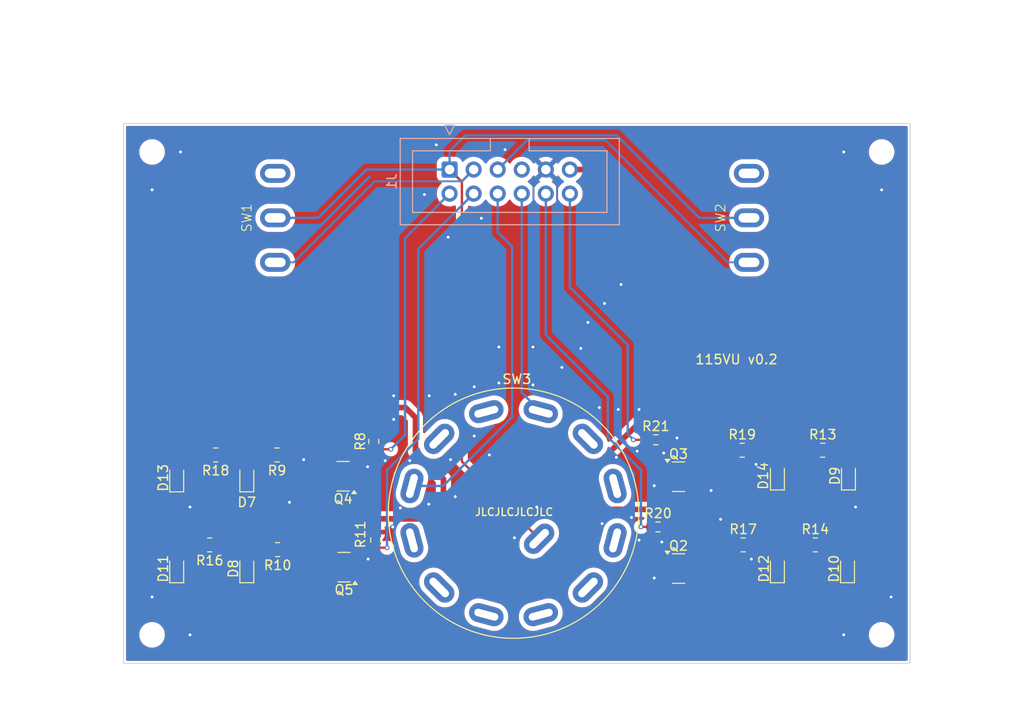
<source format=kicad_pcb>
(kicad_pcb
	(version 20240108)
	(generator "pcbnew")
	(generator_version "8.0")
	(general
		(thickness 1.6)
		(legacy_teardrops no)
	)
	(paper "A4")
	(layers
		(0 "F.Cu" signal)
		(31 "B.Cu" signal)
		(34 "B.Paste" user)
		(35 "F.Paste" user)
		(36 "B.SilkS" user "B.Silkscreen")
		(37 "F.SilkS" user "F.Silkscreen")
		(38 "B.Mask" user)
		(39 "F.Mask" user)
		(44 "Edge.Cuts" user)
		(45 "Margin" user)
		(46 "B.CrtYd" user "B.Courtyard")
		(47 "F.CrtYd" user "F.Courtyard")
		(48 "B.Fab" user)
		(49 "F.Fab" user)
	)
	(setup
		(stackup
			(layer "F.SilkS"
				(type "Top Silk Screen")
				(color "White")
			)
			(layer "F.Paste"
				(type "Top Solder Paste")
			)
			(layer "F.Mask"
				(type "Top Solder Mask")
				(color "Black")
				(thickness 0.01)
			)
			(layer "F.Cu"
				(type "copper")
				(thickness 0.035)
			)
			(layer "dielectric 1"
				(type "core")
				(thickness 1.51)
				(material "FR4")
				(epsilon_r 4.5)
				(loss_tangent 0.02)
			)
			(layer "B.Cu"
				(type "copper")
				(thickness 0.035)
			)
			(layer "B.Mask"
				(type "Bottom Solder Mask")
				(color "Black")
				(thickness 0.01)
			)
			(layer "B.Paste"
				(type "Bottom Solder Paste")
			)
			(layer "B.SilkS"
				(type "Bottom Silk Screen")
				(color "White")
			)
			(copper_finish "None")
			(dielectric_constraints yes)
		)
		(pad_to_mask_clearance 0)
		(allow_soldermask_bridges_in_footprints no)
		(aux_axis_origin 83.75 126.71)
		(grid_origin 83.75 126.71)
		(pcbplotparams
			(layerselection 0x00010fc_ffffffff)
			(plot_on_all_layers_selection 0x0000000_00000000)
			(disableapertmacros no)
			(usegerberextensions no)
			(usegerberattributes yes)
			(usegerberadvancedattributes yes)
			(creategerberjobfile yes)
			(dashed_line_dash_ratio 12.000000)
			(dashed_line_gap_ratio 3.000000)
			(svgprecision 4)
			(plotframeref no)
			(viasonmask no)
			(mode 1)
			(useauxorigin no)
			(hpglpennumber 1)
			(hpglpenspeed 20)
			(hpglpendiameter 15.000000)
			(pdf_front_fp_property_popups yes)
			(pdf_back_fp_property_popups yes)
			(dxfpolygonmode yes)
			(dxfimperialunits yes)
			(dxfusepcbnewfont yes)
			(psnegative no)
			(psa4output no)
			(plotreference yes)
			(plotvalue yes)
			(plotfptext yes)
			(plotinvisibletext no)
			(sketchpadsonfab no)
			(subtractmaskfromsilk no)
			(outputformat 1)
			(mirror no)
			(drillshape 0)
			(scaleselection 1)
			(outputdirectory "manufacturing/")
		)
	)
	(net 0 "")
	(net 1 "/ENG 1 Master")
	(net 2 "GND")
	(net 3 "/ENG 2 Master")
	(net 4 "Net-(D7-A)")
	(net 5 "Net-(D8-A)")
	(net 6 "Net-(D9-A)")
	(net 7 "Net-(D10-K)")
	(net 8 "unconnected-(J1-Pin_7-Pad7)")
	(net 9 "VBUS")
	(net 10 "/ENG 1 Fire")
	(net 11 "/ENG 1 Fault")
	(net 12 "/ENG 2 Fire")
	(net 13 "/ENG 2 Fault")
	(net 14 "+3V3")
	(net 15 "/MODE Start")
	(net 16 "Net-(D11-K)")
	(net 17 "Net-(D12-A)")
	(net 18 "Net-(D13-K)")
	(net 19 "Net-(D14-K)")
	(net 20 "Net-(D13-A)")
	(net 21 "Net-(D11-A)")
	(net 22 "Net-(D14-A)")
	(net 23 "Net-(D10-A)")
	(net 24 "/MODE Crank")
	(net 25 "unconnected-(SW3-Pad2)")
	(net 26 "unconnected-(SW3-Pad3)")
	(net 27 "unconnected-(SW3-Pad5)")
	(net 28 "unconnected-(SW3-Pad6)")
	(net 29 "unconnected-(SW3-Pad1)")
	(net 30 "unconnected-(SW3-Pad8)")
	(net 31 "unconnected-(SW3-Pad9)")
	(net 32 "unconnected-(SW3-Pad4)")
	(net 33 "unconnected-(SW3-Pad11)")
	(net 34 "unconnected-(SW3-Pad12)")
	(footprint "Resistor_SMD:R_0603_1608Metric" (layer "F.Cu") (at 153.15 107.31))
	(footprint "LED_SMD:LED_0603_1608Metric" (layer "F.Cu") (at 173.25 101.9225 90))
	(footprint "MountingHole:MountingHole_2.2mm_M2" (layer "F.Cu") (at 176.75 118.71))
	(footprint "Package_TO_SOT_SMD:SOT-23" (layer "F.Cu") (at 119.9125 101.96 180))
	(footprint "LED_SMD:LED_0603_1608Metric" (layer "F.Cu") (at 165.75 101.9225 90))
	(footprint "Resistor_SMD:R_0603_1608Metric" (layer "F.Cu") (at 152.925 98.11))
	(footprint "Resistor_SMD:R_0805_2012Metric" (layer "F.Cu") (at 113 109.71 180))
	(footprint "NiasStuff:C&K_Rotary_Switches" (layer "F.Cu") (at 137.901115 105.861115 -90))
	(footprint "LED_SMD:LED_0603_1608Metric" (layer "F.Cu") (at 102.35 102.1225 90))
	(footprint "Package_TO_SOT_SMD:SOT-23" (layer "F.Cu") (at 155.3125 102.01))
	(footprint "MountingHole:MountingHole_2.2mm_M2" (layer "F.Cu") (at 99.75 67.71))
	(footprint "Resistor_SMD:R_0603_1608Metric" (layer "F.Cu") (at 123.35 108.685 90))
	(footprint "Resistor_SMD:R_0805_2012Metric" (layer "F.Cu") (at 170.5375 99.21))
	(footprint "LED_SMD:LED_0603_1608Metric" (layer "F.Cu") (at 109.75 102.1225 90))
	(footprint "Package_TO_SOT_SMD:SOT-23" (layer "F.Cu") (at 155.3125 111.71))
	(footprint "MountingHole:MountingHole_2.2mm_M2" (layer "F.Cu") (at 99.75 118.71))
	(footprint "Resistor_SMD:R_0805_2012Metric" (layer "F.Cu") (at 106.4625 99.71 180))
	(footprint "LED_SMD:LED_0603_1608Metric" (layer "F.Cu") (at 109.75 111.7225 90))
	(footprint "NiasStuff:SW_SPDT_YUEN-FUNG_MT-0-102-A101-M200-RS" (layer "F.Cu") (at 112.75 74.67 90))
	(footprint "LED_SMD:LED_0603_1608Metric" (layer "F.Cu") (at 165.75 111.7225 90))
	(footprint "LED_SMD:LED_0603_1608Metric" (layer "F.Cu") (at 102.35 111.7225 90))
	(footprint "Resistor_SMD:R_0805_2012Metric" (layer "F.Cu") (at 105.8375 109.21 180))
	(footprint "Package_TO_SOT_SMD:SOT-23" (layer "F.Cu") (at 120.0125 111.56 180))
	(footprint "LED_SMD:LED_0603_1608Metric" (layer "F.Cu") (at 173.15 111.7225 90))
	(footprint "Resistor_SMD:R_0603_1608Metric" (layer "F.Cu") (at 123.15 98.285 90))
	(footprint "Resistor_SMD:R_0805_2012Metric" (layer "F.Cu") (at 162.0375 99.21))
	(footprint "MountingHole:MountingHole_2.2mm_M2" (layer "F.Cu") (at 176.75 67.71))
	(footprint "Resistor_SMD:R_0805_2012Metric" (layer "F.Cu") (at 112.9375 99.71 180))
	(footprint "Resistor_SMD:R_0805_2012Metric" (layer "F.Cu") (at 162.1375 109.21))
	(footprint "NiasStuff:SW_SPDT_YUEN-FUNG_MT-0-102-A101-M200-RS" (layer "F.Cu") (at 162.75 74.67 90))
	(footprint "Resistor_SMD:R_0805_2012Metric" (layer "F.Cu") (at 169.75 109.21))
	(footprint "Connector_IDC:IDC-Header_2x06_P2.54mm_Vertical" (layer "B.Cu") (at 131.15 69.57 -90))
	(gr_line
		(start 179.75 64.71)
		(end 96.75 64.71)
		(stroke
			(width 0.1)
			(type default)
		)
		(layer "Edge.Cuts")
		(uuid "4e4d6ce3-ba94-4b73-9b05-3a6bb8883741")
	)
	(gr_line
		(start 96.75 64.71)
		(end 96.75 121.71)
		(stroke
			(width 0.1)
			(type default)
		)
		(layer "Edge.Cuts")
		(uuid "97d15dc0-275c-4edc-beb3-f608bdc6c5ea")
	)
	(gr_line
		(start 96.75 121.71)
		(end 179.75 121.71)
		(stroke
			(width 0.1)
			(type default)
		)
		(layer "Edge.Cuts")
		(uuid "a95ad34a-788c-4d24-8666-89efeb3f952c")
	)
	(gr_line
		(start 179.75 121.71)
		(end 179.75 64.71)
		(stroke
			(width 0.1)
			(type default)
		)
		(layer "Edge.Cuts")
		(uuid "f0206762-0618-4121-8e43-d3aef1db6121")
	)
	(gr_line
		(start 83.75 126.71)
		(end 83.75 51.71)
		(stroke
			(width 0.1)
			(type default)
		)
		(layer "F.Fab")
		(uuid "108cb684-f34a-479f-8155-3aed51474477")
	)
	(gr_line
		(start 96.95 97.41)
		(end 96.95 106.61)
		(stroke
			(width 0.1)
			(type default)
		)
		(layer "F.Fab")
		(uuid "18057a33-979a-44d6-9359-2e7581023afe")
	)
	(gr_line
		(start 160.15 107.11)
		(end 160.15 116.31)
		(stroke
			(width 0.1)
			(type default)
		)
		(layer "F.Fab")
		(uuid "1897c2a0-908c-419b-acaa-c7b448b9cd69")
	)
	(gr_line
		(start 178.35 107.11)
		(end 160.15 107.11)
		(stroke
			(width 0.1)
			(type default)
		)
		(layer "F.Fab")
		(uuid "3096a870-8e43-4d61-bc6d-4ac7e8d511ca")
	)
	(gr_line
		(start 115.35 97.41)
		(end 96.95 97.41)
		(stroke
			(width 0.1)
			(type default)
		)
		(layer "F.Fab")
		(uuid "3f742acb-5651-4c3a-bb9b-20d389c72ae3")
	)
	(gr_line
		(start 160.15 97.41)
		(end 160.15 106.51)
		(stroke
			(width 0.1)
			(type default)
		)
		(layer "F.Fab")
		(uuid "645c49e8-6544-40ea-9bd0-e79106391969")
	)
	(gr_line
		(start 115.35 107.11)
		(end 96.95 107.11)
		(stroke
			(width 0.1)
			(type default)
		)
		(layer "F.Fab")
		(uuid "71053e64-0d90-4553-8c02-2267b6aa4cdd")
	)
	(gr_line
		(start 178.35 97.41)
		(end 160.15 97.41)
		(stroke
			(width 0.1)
			(type default)
		)
		(layer "F.Fab")
		(uuid "92dabbac-45a4-431e-8a99-91cdf74ac2db")
	)
	(gr_line
		(start 83.75 51.71)
		(end 191.75 51.71)
		(stroke
			(width 0.1)
			(type default)
		)
		(layer "F.Fab")
		(uuid "a19f73fc-ad4d-4851-9209-cc3d21f17acd")
	)
	(gr_line
		(start 191.75 51.71)
		(end 191.75 126.71)
		(stroke
			(width 0.1)
			(type default)
		)
		(layer "F.Fab")
		(uuid "a2f615f5-09b9-468b-8528-82d495747f14")
	)
	(gr_line
		(start 160.15 106.51)
		(end 178.35 106.51)
		(stroke
			(width 0.1)
			(type default)
		)
		(layer "F.Fab")
		(uuid "a5733efa-6686-47e2-92f7-7351e557bb9e")
	)
	(gr_line
		(start 115.35 116.31)
		(end 115.35 107.11)
		(stroke
			(width 0.1)
			(type default)
		)
		(layer "F.Fab")
		(uuid "ab0f6adf-0341-49d8-ae47-b6f6129a7cbd")
	)
	(gr_line
		(start 115.35 106.61)
		(end 115.35 97.41)
		(stroke
			(width 0.1)
			(type default)
		)
		(layer "F.Fab")
		(uuid "af119251-1f31-4a9b-a16b-8c939bea279b")
	)
	(gr_line
		(start 96.95 116.31)
		(end 115.35 116.31)
		(stroke
			(width 0.1)
			(type default)
		)
		(layer "F.Fab")
		(uuid "b1727707-7162-4174-84d1-60f21f088a99")
	)
	(gr_line
		(start 96.95 106.61)
		(end 115.35 106.61)
		(stroke
			(width 0.1)
			(type default)
		)
		(layer "F.Fab")
		(uuid "b8c80a8f-e63c-47bc-ba79-1f13daed3c5a")
	)
	(gr_line
		(start 96.95 107.11)
		(end 96.95 116.31)
		(stroke
			(width 0.1)
			(type default)
		)
		(layer "F.Fab")
		(uuid "c3fd797a-54ff-4def-9ac5-94d54db004ae")
	)
	(gr_line
		(start 178.35 116.31)
		(end 178.35 107.11)
		(stroke
			(width 0.1)
			(type default)
		)
		(layer "F.Fab")
		(uuid "c89d5c81-98f9-4af5-9082-3a55e6ceeaf1")
	)
	(gr_line
		(start 178.35 106.51)
		(end 178.35 97.41)
		(stroke
			(width 0.1)
			(type default)
		)
		(layer "F.Fab")
		(uuid "dc21734a-4dbe-45ec-8d30-2dac68a398da")
	)
	(gr_line
		(start 160.15 116.31)
		(end 178.35 116.31)
		(stroke
			(width 0.1)
			(type default)
		)
		(layer "F.Fab")
		(uuid "eb57a005-4e07-4e03-9bb5-b9a58280301e")
	)
	(gr_line
		(start 191.75 126.71)
		(end 83.75 126.71)
		(stroke
			(width 0.1)
			(type default)
		)
		(layer "F.Fab")
		(uuid "fe09fa13-680c-4fdb-8b01-7481d652832b")
	)
	(gr_text "JLCJLCJLCJLC"
		(at 133.75 106.21 0)
		(layer "F.SilkS")
		(uuid "a89b9092-fcf2-44f9-b294-597e26dec054")
		(effects
			(font
				(size 0.8 0.8)
				(thickness 0.15)
			)
			(justify left bottom)
		)
	)
	(gr_text "115VU v0.2"
		(at 157 90.21 0)
		(layer "F.SilkS")
		(uuid "e9cc36d7-33fb-4e16-99bf-753a9b5fd5cc")
		(effects
			(font
				(size 1 1)
				(thickness 0.15)
			)
			(justify left bottom)
		)
	)
	(segment
		(start 123.25 70.81)
		(end 132.45 70.81)
		(width 0.2)
		(layer "B.Cu")
		(net 1)
		(uuid "1cdb0473-4bf9-4ec0-85b3-558dbfcd0ec2")
	)
	(segment
		(start 114.69 79.37)
		(end 123.25 70.81)
		(width 0.2)
		(layer "B.Cu")
		(net 1)
		(uuid "81d02250-33e3-433c-9121-2524325d19d2")
	)
	(segment
		(start 132.45 70.81)
		(end 133.69 69.57)
		(width 0.25)
		(layer "B.Cu")
		(net 1)
		(uuid "84456dc0-1103-406a-9ccf-2b1f09901e66")
	)
	(segment
		(start 112.75 79.37)
		(end 114.69 79.37)
		(width 0.2)
		(layer "B.Cu")
		(net 1)
		(uuid "c481dd41-29ee-408c-a153-a861bb271703")
	)
	(segment
		(start 141.31 69.57)
		(end 140 70.88)
		(width 0.2)
		(layer "F.Cu")
		(net 2)
		(uuid "261eb9c7-78c7-436d-8f3b-5e8098ecc089")
	)
	(segment
		(start 140 70.88)
		(end 140 73.21)
		(width 0.2)
		(layer "F.Cu")
		(net 2)
		(uuid "cca4a934-e360-4e17-ace8-1122ceb01fc4")
	)
	(segment
		(start 142.5 70.76)
		(end 142.5 73.21)
		(width 0.2)
		(layer "F.Cu")
		(net 2)
		(uuid "da3d765a-64a2-410b-b3cf-7c78d8688966")
	)
	(segment
		(start 141.31 69.57)
		(end 142.5 70.76)
		(width 0.2)
		(layer "F.Cu")
		(net 2)
		(uuid "ea000082-0650-4c5e-9caf-49ed598b3b74")
	)
	(via
		(at 122.5 100.96)
		(size 0.5)
		(drill 0.3)
		(layers "F.Cu" "B.Cu")
		(free yes)
		(net 2)
		(uuid "0bb94801-e682-4454-a691-c40fe487301d")
	)
	(via
		(at 174 105.21)
		(size 0.5)
		(drill 0.3)
		(layers "F.Cu" "B.Cu")
		(free yes)
		(net 2)
		(uuid "0dc18dde-e5dc-4ab1-bbc7-49da101bf122")
	)
	(via
		(at 129 93.46)
		(size 0.5)
		(drill 0.3)
		(layers "F.Cu" "B.Cu")
		(free yes)
		(net 2)
		(uuid "0fc9d904-5305-4da6-a365-fd0d9a014039")
	)
	(via
		(at 134.5 74.71)
		(size 0.5)
		(drill 0.3)
		(layers "F.Cu" "B.Cu")
		(free yes)
		(net 2)
		(uuid "1c7a3b34-e5a5-4306-8e1a-0533c5044a3c")
	)
	(via
		(at 172.75 118.71)
		(size 0.5)
		(drill 0.3)
		(layers "F.Cu" "B.Cu")
		(free yes)
		(net 2)
		(uuid "1ccd3fe6-9f6f-4903-ae54-00de87f6a968")
	)
	(via
		(at 158.75 103.46)
		(size 0.5)
		(drill 0.3)
		(layers "F.Cu" "B.Cu")
		(free yes)
		(net 2)
		(uuid "25acb381-c645-40ec-bbf5-9fe37db9d82e")
	)
	(via
		(at 136.35 88.31)
		(size 0.5)
		(drill 0.3)
		(layers "F.Cu" "B.Cu")
		(free yes)
		(net 2)
		(uuid "283f587c-9551-4805-af3f-3747871be582")
	)
	(via
		(at 151.15 94.91)
		(size 0.5)
		(drill 0.3)
		(layers "F.Cu" "B.Cu")
		(free yes)
		(net 2)
		(uuid "2aeab4d6-4d3e-4ed3-83b4-f3818f0e204c")
	)
	(via
		(at 153.55 108.91)
		(size 0.5)
		(drill 0.3)
		(layers "F.Cu" "B.Cu")
		(free yes)
		(net 2)
		(uuid "2dd57eea-56a6-4e3c-86ab-9e3e8dae228b")
	)
	(via
		(at 146.95 94.71)
		(size 0.5)
		(drill 0.3)
		(layers "F.Cu" "B.Cu")
		(free yes)
		(net 2)
		(uuid "2ead6dfc-14c0-4ee2-afe1-394b6a6f4e84")
	)
	(via
		(at 131 76.71)
		(size 0.5)
		(drill 0.3)
		(layers "F.Cu" "B.Cu")
		(free yes)
		(net 2)
		(uuid "38cbfda1-c1df-4f7c-9ad7-ae462508aadd")
	)
	(via
		(at 153.75 99.51)
		(size 0.5)
		(drill 0.3)
		(layers "F.Cu" "B.Cu")
		(free yes)
		(net 2)
		(uuid "3d96f4af-bd62-41ce-a139-80750247bad5")
	)
	(via
		(at 131.75 93.31)
		(size 0.5)
		(drill 0.3)
		(layers "F.Cu" "B.Cu")
		(free yes)
		(net 2)
		(uuid "4474cbae-7013-4122-985f-2716dc947a78")
	)
	(via
		(at 148.95 94.91)
		(size 0.5)
		(drill 0.3)
		(layers "F.Cu" "B.Cu")
		(free yes)
		(net 2)
		(uuid "46a74b59-82ce-438b-8dc1-becc002a7a65")
	)
	(via
		(at 137 67.46)
		(size 0.5)
		(drill 0.3)
		(layers "F.Cu" "B.Cu")
		(free yes)
		(net 2)
		(uuid "4a4887f4-5167-42d7-a98d-a32033de4b58")
	)
	(via
		(at 99.75 114.71)
		(size 0.5)
		(drill 0.3)
		(layers "F.Cu" "B.Cu")
		(free yes)
		(net 2)
		(uuid "52609cc0-1034-4413-a0d4-2db5e05ad6dc")
	)
	(via
		(at 140.35 105.21)
		(size 0.5)
		(drill 0.3)
		(layers "F.Cu" "B.Cu")
		(free yes)
		(net 2)
		(uuid "56484319-73f6-46bd-9e1e-52d7104b649f")
	)
	(via
		(at 147.25 106.96)
		(size 0.5)
		(drill 0.3)
		(layers "F.Cu" "B.Cu")
		(free yes)
		(net 2)
		(uuid "5d77b636-11a8-4bee-ad91-611d3459bbed")
	)
	(via
		(at 172.75 67.71)
		(size 0.5)
		(drill 0.3)
		(layers "F.Cu" "B.Cu")
		(free yes)
		(net 2)
		(uuid "604ceb49-f522-46d2-abcc-578af8c9face")
	)
	(via
		(at 102.75 67.71)
		(size 0.5)
		(drill 0.3)
		(layers "F.Cu" "B.Cu")
		(free yes)
		(net 2)
		(uuid "616ded35-1bf7-46c6-920c-9416f03f2530")
	)
	(via
		(at 136.35 92.11)
		(size 0.5)
		(drill 0.3)
		(layers "F.Cu" "B.Cu")
		(free yes)
		(net 2)
		(uuid "62b1e763-cb23-4b89-b8d7-6237ecf5eba8")
	)
	(via
		(at 163 110.71)
		(size 0.5)
		(drill 0.3)
		(layers "F.Cu" "B.Cu")
		(free yes)
		(net 2)
		(uuid "651183bc-1f40-4d33-97e4-2bf49a4658bd")
	)
	(via
		(at 147.5 83.71)
		(size 0.5)
		(drill 0.3)
		(layers "F.Cu" "B.Cu")
		(free yes)
		(net 2)
		(uuid "656eabc5-d79b-4e2d-b996-4cb7f89e7406")
	)
	(via
		(at 125.25 95.96)
		(size 0.5)
		(drill 0.3)
		(layers "F.Cu" "B.Cu")
		(free yes)
		(net 2)
		(uuid "680a642f-1731-4ccc-a08f-d5e8099580b9")
	)
	(via
		(at 125.95 105.31)
		(size 0.5)
		(drill 0.3)
		(layers "F.Cu" "B.Cu")
		(free yes)
		(net 2)
		(uuid "69de4c98-06a5-43f1-b5da-f63676098104")
	)
	(via
		(at 150.95 99.31)
		(size 0.5)
		(drill 0.3)
		(layers "F.Cu" "B.Cu")
		(free yes)
		(net 2)
		(uuid "6c2cf340-b60d-4fd8-8d47-23cd2eae9e6e")
	)
	(via
		(at 124.35 100.31)
		(size 0.5)
		(drill 0.3)
		(layers "F.Cu" "B.Cu")
		(free yes)
		(net 2)
		(uuid "6cd6b136-36b4-4291-82e1-5ffda830ad85")
	)
	(via
		(at 138 108.46)
		(size 0.5)
		(drill 0.3)
		(layers "F.Cu" "B.Cu")
		(free yes)
		(net 2)
		(uuid "720e4b4f-f21f-442f-8542-eb178eef5d68")
	)
	(via
		(at 148.75 99.96)
		(size 0.5)
		(drill 0.3)
		(layers "F.Cu" "B.Cu")
		(free yes)
		(net 2)
		(uuid "72717810-2903-4641-bafc-23cac67c1005")
	)
	(via
		(at 129.75 66.96)
		(size 0.5)
		(drill 0.3)
		(layers "F.Cu" "B.Cu")
		(free yes)
		(net 2)
		(uuid "7289ed32-a576-4516-908f-4524c746db73")
	)
	(via
		(at 152.75 102.96)
		(size 0.5)
		(drill 0.3)
		(layers "F.Cu" "B.Cu")
		(free yes)
		(net 2)
		(uuid "72bc1961-f7bc-4f1b-927d-0bd14d3aaa64")
	)
	(via
		(at 176.75 71.71)
		(size 0.5)
		(drill 0.3)
		(layers "F.Cu" "B.Cu")
		(free yes)
		(net 2)
		(uuid "72eb6c1b-bd7c-47d2-8f04-e30d1f91824f")
	)
	(via
		(at 114.25 104.71)
		(size 0.5)
		(drill 0.3)
		(layers "F.Cu" "B.Cu")
		(free yes)
		(net 2)
		(uuid "79d7fde3-efbd-44fc-acb9-025a4681843b")
	)
	(via
		(at 128.5 72.21)
		(size 0.5)
		(drill 0.3)
		(layers "F.Cu" "B.Cu")
		(free yes)
		(net 2)
		(uuid "8022f195-23aa-4c72-86fb-2770cff73d32")
	)
	(via
		(at 125.15 107.31)
		(size 0.5)
		(drill 0.3)
		(layers "F.Cu" "B.Cu")
		(free yes)
		(net 2)
		(uuid "84607c34-cde5-4e63-bcd5-f0990dd4edad")
	)
	(via
		(at 131.25 100.21)
		(size 0.5)
		(drill 0.3)
		(layers "F.Cu" "B.Cu")
		(free yes)
		(net 2)
		(uuid "8a431f93-0da0-4305-bf16-451676eb7a31")
	)
	(via
		(at 103.75 105.21)
		(size 0.5)
		(drill 0.3)
		(layers "F.Cu" "B.Cu")
		(free yes)
		(net 2)
		(uuid "98cf8c2f-c8af-4416-b0eb-93c65097a552")
	)
	(via
		(at 103.75 118.71)
		(size 0.5)
		(drill 0.3)
		(layers "F.Cu" "B.Cu")
		(free yes)
		(net 2)
		(uuid "9ae06279-6556-432e-9184-e60df16f9728")
	)
	(via
		(at 131.75 104.11)
		(size 0.5)
		(drill 0.3)
		(layers "F.Cu" "B.Cu")
		(free yes)
		(net 2)
		(uuid "9f909077-a02d-4d56-8639-00125784627a")
	)
	(via
		(at 152.75 112.71)
		(size 0.5)
		(drill 0.3)
		(layers "F.Cu" "B.Cu")
		(free yes)
		(net 2)
		(uuid "9f9c140f-d3b0-48c5-8784-7dc69d36db9a")
	)
	(via
		(at 155.15 97.91)
		(size 0.5)
		(drill 0.3)
		(layers "F.Cu" "B.Cu")
		(free yes)
		(net 2)
		(uuid "a266d1ce-a537-4c7b-a83e-e89ace44dad7")
	)
	(via
		(at 177.75 114.71)
		(size 0.5)
		(drill 0.3)
		(layers "F.Cu" "B.Cu")
		(free yes)
		(net 2)
		(uuid "a45c116d-5b0a-4671-9d8b-f7d3a6e960ec")
	)
	(via
		(at 143 90.46)
		(size 0.5)
		(drill 0.3)
		(layers "F.Cu" "B.Cu")
		(free yes)
		(net 2)
		(uuid "a698ec3b-d614-46d2-a45e-5a9b0ae1849f")
	)
	(via
		(at 125.25 93.46)
		(size 0.5)
		(drill 0.3)
		(layers "F.Cu" "B.Cu")
		(free yes)
		(net 2)
		(uuid "b6fa2311-19cd-4dd0-b7e6-d86b9f163a26")
	)
	(via
		(at 135.35 99.71)
		(size 0.5)
		(drill 0.3)
		(layers "F.Cu" "B.Cu")
		(free yes)
		(net 2)
		(uuid "b7b35a62-6ec5-49f6-89e9-9adbfc8ddc4e")
	)
	(via
		(at 122.55 110.71)
		(size 0.5)
		(drill 0.3)
		(layers "F.Cu" "B.Cu")
		(free yes)
		(net 2)
		(uuid "bceec1fe-6b83-4477-aaea-961bd78471ea")
	)
	(via
		(at 133.75 97.71)
		(size 0.5)
		(drill 0.3)
		(layers "F.Cu" "B.Cu")
		(free yes)
		(net 2)
		(uuid "c458891f-6653-4e34-8426-8a45dcbebeeb")
	)
	(via
		(at 145 88.46)
		(size 0.5)
		(drill 0.3)
		(layers "F.Cu" "B.Cu")
		(free yes)
		(net 2)
		(uuid "ca827315-0921-4097-9514-f36ce748201b")
	)
	(via
		(at 149.25 81.71)
		(size 0.5)
		(drill 0.3)
		(layers "F.Cu" "B.Cu")
		(free yes)
		(net 2)
		(uuid "d53b6169-d71c-47e3-b578-eea4a9cc29fa")
	)
	(via
		(at 139.95 88.31)
		(size 0.5)
		(drill 0.3)
		(layers "F.Cu" "B.Cu")
		(free yes)
		(net 2)
		(uuid "dacc107f-9137-4f0e-855d-02405cd97f8c")
	)
	(via
		(at 150.35 106.31)
		(size 0.5)
		(drill 0.3)
		(layers "F.Cu" "B.Cu")
		(free yes)
		(net 2)
		(uuid "df74a162-414d-4ce9-9d26-45ad63ea7824")
	)
	(via
		(at 163.5 100.71)
		(size 0.5)
		(drill 0.3)
		(layers "F.Cu" "B.Cu")
		(free yes)
		(net 2)
		(uuid "e3da9160-4939-4a6f-bdf0-0fccede31759")
	)
	(via
		(at 128.95 104.91)
		(size 0.5)
		(drill 0.3)
		(layers "F.Cu" "B.Cu")
		(free yes)
		(net 2)
		(uuid "e7aca361-0050-4617-98d5-3ab0744417d6")
	)
	(via
		(at 139.95 92.31)
		(size 0.5)
		(drill 0.3)
		(layers "F.Cu" "B.Cu")
		(free yes)
		(net 2)
		(uuid "e7c29355-0ad1-4956-9e43-de48d9a71e8d")
	)
	(via
		(at 151.15 108.71)
		(size 0.5)
		(drill 0.3)
		(layers "F.Cu" "B.Cu")
		(free yes)
		(net 2)
		(uuid "e8b94f7e-3a17-4c62-8ba2-d2a1099609dd")
	)
	(via
		(at 99.75 71.71)
		(size 0.5)
		(drill 0.3)
		(layers "F.Cu" "B.Cu")
		(free yes)
		(net 2)
		(uuid "f2ce8403-8d06-47a1-9dc2-4b75686e9a4f")
	)
	(via
		(at 145.75 85.71)
		(size 0.5)
		(drill 0.3)
		(layers "F.Cu" "B.Cu")
		(free yes)
		(net 2)
		(uuid "f30b9c0c-2d81-45b6-8bbd-fa73f4036536")
	)
	(via
		(at 126.95 100.31)
		(size 0.5)
		(drill 0.3)
		(layers "F.Cu" "B.Cu")
		(free yes)
		(net 2)
		(uuid "f9fd2723-7105-4966-bb33-e00a0f34b7d6")
	)
	(via
		(at 133.75 92.51)
		(size 0.5)
		(drill 0.3)
		(layers "F.Cu" "B.Cu")
		(free yes)
		(net 2)
		(uuid "fae0fa10-4b3d-41d9-a476-91d323bedc61")
	)
	(via
		(at 115.75 100.21)
		(size 0.5)
		(drill 0.3)
		(layers "F.Cu" "B.Cu")
		(free yes)
		(net 2)
		(uuid "fb58716b-2d16-4c2d-9ce9-5d412a81e15e")
	)
	(via
		(at 159.75 106.51)
		(size 0.5)
		(drill 0.3)
		(layers "F.Cu" "B.Cu")
		(free yes)
		(net 2)
		(uuid "fed93766-e501-4d4e-a972-01a5e17b4734")
	)
	(segment
		(start 141.31 69.57)
		(end 142.5 70.76)
		(width 0.2)
		(layer "B.Cu")
		(net 2)
		(uuid "28fa1f39-93e5-4145-9c3a-0d36c6285831")
	)
	(segment
		(start 141.31 69.57)
		(end 140 70.88)
		(width 0.2)
		(layer "B.Cu")
		(net 2)
		(uuid "35bde318-fa53-4450-9481-0b795ca697f4")
	)
	(segment
		(start 142.5 70.76)
		(end 142.5 73.21)
		(width 0.2)
		(layer "B.Cu")
		(net 2)
		(uuid "daaa566f-900b-453b-a75c-0a1e8784c8b7")
	)
	(segment
		(start 140 70.88)
		(end 140 73.21)
		(width 0.2)
		(layer "B.Cu")
		(net 2)
		(uuid "e0482e19-e053-4d60-8414-ac3fe9cf8ed4")
	)
	(segment
		(start 160.51 79.37)
		(end 147.6 66.46)
		(width 0.2)
		(layer "B.Cu")
		(net 3)
		(uuid "3e4e8b9f-ea1e-4547-96ca-6a390c3525bd")
	)
	(segment
		(start 147.6 66.46)
		(end 139.34 66.46)
		(width 0.25)
		(layer "B.Cu")
		(net 3)
		(uuid "49be56ce-54f8-4533-9e51-4aed815e104c")
	)
	(segment
		(start 162.75 79.37)
		(end 160.51 79.37)
		(width 0.2)
		(layer "B.Cu")
		(net 3)
		(uuid "5874738a-de7b-4e48-be1b-2d410ddaf41b")
	)
	(segment
		(start 139.34 66.46)
		(end 136.23 69.57)
		(width 0.25)
		(layer "B.Cu")
		(net 3)
		(uuid "590da722-7b08-49e4-8bc3-7b9dcbd4894d")
	)
	(segment
		(start 110.25 99.71)
		(end 109.75 100.21)
		(width 0.6)
		(layer "F.Cu")
		(net 4)
		(uuid "05714313-6d05-4ec1-8350-b87c4c5fded2")
	)
	(segment
		(start 109.75 100.21)
		(end 109.75 101.335)
		(width 0.6)
		(layer "F.Cu")
		(net 4)
		(uuid "6b571bdf-553e-4e44-957e-e606474d9b63")
	)
	(segment
		(start 112.025 99.71)
		(end 110.25 99.71)
		(width 0.6)
		(layer "F.Cu")
		(net 4)
		(uuid "761946e0-029d-4cec-a219-02490945f66b")
	)
	(segment
		(start 112.0875 109.71)
		(end 109.75 109.71)
		(width 0.6)
		(layer "F.Cu")
		(net 5)
		(uuid "2d8bb6c9-aa80-4a35-b1df-245a51c4a86e")
	)
	(segment
		(start 109.75 109.71)
		(end 109.75 110.935)
		(width 0.6)
		(layer "F.Cu")
		(net 5)
		(uuid "386f778f-8526-42ff-ad12-06ce3039acb0")
	)
	(segment
		(start 172.75 99.21)
		(end 171.45 99.21)
		(width 0.6)
		(layer "F.Cu")
		(net 6)
		(uuid "16a0fdd8-96d2-4341-8275-ddea2e9b42e8")
	)
	(segment
		(start 173.25 99.71)
		(end 172.75 99.21)
		(width 0.6)
		(layer "F.Cu")
		(net 6)
		(uuid "5cfeafea-efd4-49c9-bef3-e7288abb3345")
	)
	(segment
		(start 173.25 101.135)
		(end 173.25 99.71)
		(width 0.6)
		(layer "F.Cu")
		(net 6)
		(uuid "c818eb74-9eac-444c-b0dc-80a56d49b83b")
	)
	(segment
		(start 165.75 112.51)
		(end 161.65 112.51)
		(width 0.6)
		(layer "F.Cu")
		(net 7)
		(uuid "33b89a04-01f6-4bd0-ada7-d72e8edaebf5")
	)
	(segment
		(start 161.65 112.51)
		(end 160.85 111.71)
		(width 0.6)
		(layer "F.Cu")
		(net 7)
		(uuid "5941415d-91b1-458f-b4ee-bf24e8a23c38")
	)
	(segment
		(start 173.15 112.51)
		(end 165.75 112.51)
		(width 0.6)
		(layer "F.Cu")
		(net 7)
		(uuid "672f3024-c655-44a4-ae97-62c73ac0d1e9")
	)
	(segment
		(start 160.85 111.71)
		(end 156.45 111.71)
		(width 0.6)
		(layer "F.Cu")
		(net 7)
		(uuid "973ed621-3f48-4230-ae08-878d4a0b98c3")
	)
	(segment
		(start 126.50046 94.71)
		(end 113.75 94.71)
		(width 0.6)
		(layer "F.Cu")
		(net 9)
		(uuid "0d92b89a-17c6-465d-8602-b96f4300f493")
	)
	(segment
		(start 113.9125 109.71)
		(end 113.9125 106.5475)
		(width 0.6)
		(layer "F.Cu")
		(net 9)
		(uuid "13494447-2f90-4ea6-ad96-9ed7ad1200fe")
	)
	(segment
		(start 108 106.46)
		(end 106.75 107.71)
		(width 0.6)
		(layer "F.Cu")
		(net 9)
		(uuid "1381a261-7373-4a38-a5aa-af53462e2f56")
	)
	(segment
		(start 151.25 96.21)
		(end 152.75 96.21)
		(width 0.6)
		(layer "F.Cu")
		(net 9)
		(uuid "15950113-9335-4fb6-aede-06fc7c1d7039")
	)
	(segment
		(start 146.5 70.46)
		(end 146.5 81.21)
		(width 0.6)
		(layer "F.Cu")
		(net 9)
		(uuid "23935884-e08c-429f-84dc-aafb232edf55")
	)
	(segment
		(start 152.75 96.21)
		(end 161.25 96.21)
		(width 0.6)
		(layer "F.Cu")
		(net 9)
		(uuid "2621c247-b3aa-4d70-abc9-dabbfb2d3bcd")
	)
	(segment
		(start 130.5 106.46)
		(end 130.5 102.26)
		(width 0.6)
		(layer "F.Cu")
		(net 9)
		(uuid "26400340-8ddc-47d7-9524-cb05323e8bbf")
	)
	(segment
		(start 169.625 97.085)
		(end 168.75 96.21)
		(width 0.6)
		(layer "F.Cu")
		(net 9)
		(uuid "27092315-932b-4df0-8bce-e9b43c1c01a0")
	)
	(segment
		(start 113.9125 106.5475)
		(end 114 106.46)
		(width 0.6)
		(layer "F.Cu")
		(net 9)
		(uuid "2b693399-0cc3-4a13-99f9-0b8f607004e1")
	)
	(segment
		(start 130.25 106.46)
		(end 130.5 106.46)
		(width 0.6)
		(layer "F.Cu")
		(net 9)
		(uuid "315c344e-1f6e-4fc3-8dd4-88fdd60751ff")
	)
	(segment
		(start 113.85 99.71)
		(end 113.85 94.81)
		(width 0.6)
		(layer "F.Cu")
		(net 9)
		(uuid "3a17df63-4cd1-4ea7-979f-dd8b287995c2")
	)
	(segment
		(start 161.25 96.21)
		(end 168.75 96.21)
		(width 0.6)
		(layer "F.Cu")
		(net 9)
		(uuid "46a459ce-0316-431c-8b4a-7ba153dc08ea")
	)
	(segment
		(start 114 106.46)
		(end 130.25 106.46)
		(width 0.6)
		(layer "F.Cu")
		(net 9)
		(uuid "6280a0e7-f96c-4ca8-8385-80b6b7a2589a")
	)
	(segment
		(start 161.125 96.335)
		(end 161.25 96.21)
		(width 0.6)
		(layer "F.Cu")
		(net 9)
		(uuid "665389e9-f17a-442d-8f9b-e543bb3714d0")
	)
	(segment
		(start 127.55 99.31)
		(end 127.55 95.75954)
		(width 0.6)
		(layer "F.Cu")
		(net 9)
		(uuid "6739c450-b0e3-4ce5-b8e9-10d4b115227e")
	)
	(segment
		(start 160.75 105.46)
		(end 147.3 105.46)
		(width 0.6)
		(layer "F.Cu")
		(net 9)
		(uuid "6a8154df-909f-4e32-8a36-1684349cb607")
	)
	(segment
		(start 130.25 106.46)
		(end 135.25 111.46)
		(width 0.6)
		(layer "F.Cu")
		(net 9)
		(uuid "6db8e4cd-bab3-47cb-a8c3-da7528a2820d")
	)
	(segment
		(start 168.8375 109.21)
		(end 168.8375 106.0475)
		(width 0.6)
		(layer "F.Cu")
		(net 9)
		(uuid "6ebebeee-2d7b-475c-9ba6-aacf1e1d1fe2")
	)
	(segment
		(start 113.75 94.71)
		(end 108.75 94.71)
		(width 0.6)
		(layer "F.Cu")
		(net 9)
		(uuid "6f376355-598a-4ce0-a699-43072bca4bab")
	)
	(segment
		(start 140.75 111.46)
		(end 146.9 105.31)
		(width 0.6)
		(layer "F.Cu")
		(net 9)
		(uuid "71f887eb-0282-4255-be71-b4dc0a64a8ad")
	)
	(segment
		(start 146.5 81.21)
		(end 152.75 87.46)
		(width 0.6)
		(layer "F.Cu")
		(net 9)
		(uuid "7229375f-4618-4572-95f5-09cdab4b65d0")
	)
	(segment
		(start 161.225 109.21)
		(end 161.225 105.485)
		(width 0.6)
		(layer "F.Cu")
		(net 9)
		(uuid "72f061d1-ed42-4fa7-a4b6-164c1ea89d2b")
	)
	(segment
		(start 108.75 94.71)
		(end 107.375 96.085)
		(width 0.6)
		(layer "F.Cu")
		(net 9)
		(uuid "7fc91436-9e63-4bf8-8007-5a0b05522391")
	)
	(segment
		(start 130.5 102.26)
		(end 127.55 99.31)
		(width 0.6)
		(layer "F.Cu")
		(net 9)
		(uuid "848e788b-4971-4c28-b56c-ea424a59a592")
	)
	(segment
		(start 145.95 101.51)
		(end 151.25 96.21)
		(width 0.6)
		(layer "F.Cu")
		(net 9)
		(uuid "8752e2a1-1ad8-4fa1-925f-e92450c7cf5c")
	)
	(segment
		(start 169.625 99.21)
		(end 169.625 97.085)
		(width 0.6)
		(layer "F.Cu")
		(net 9)
		(uuid "8964e849-8494-4897-879a-e2da8a276b81")
	)
	(segment
		(start 145.95 103.21)
		(end 145.95 101.51)
		(width 0.6)
		(layer "F.Cu")
		(net 9)
		(uuid "8a1b2003-6085-481c-89ae-a03b1c3965f1")
	)
	(segment
		(start 145.95 104.11)
		(end 145.95 103.21)
		(width 0.6)
		(layer "F.Cu")
		(net 9)
		(uuid "8cb46fbd-0019-4193-8ba0-354e8d7d8171")
	)
	(segment
		(start 147.3 105.46)
		(end 145.95 104.11)
		(width 0.6)
		(layer "F.Cu")
		(net 9)
		(uuid "943a565d-3d76-4480-a60c-831944cf90b4")
	)
	(segment
		(start 147.15 105.31)
		(end 145.95 104.11)
		(width 0.6)
		(layer "F.Cu")
		(net 9)
		(uuid "97b6384e-5bc2-4779-9dc1-12e2e1e2c3bc")
	)
	(segment
		(start 143.85 69.57)
		(end 145.61 69.57)
		(width 0.6)
		(layer "F.Cu")
		(net 9)
		(uuid "9a4dcf00-8903-48ae-9199-b6e43e39dda7")
	)
	(segment
		(start 161.225 105.485)
		(end 161.25 105.46)
		(width 0.6)
		(layer "F.Cu")
		(net 9)
		(uuid "9a8573aa-ce4e-49f1-b11b-07fbb4ab6108")
	)
	(segment
		(start 161.125 99.21)
		(end 161.125 96.335)
		(width 0.6)
		(layer "F.Cu")
		(net 9)
		(uuid "9fcd23ca-6b6f-4cfe-b542-a907f96d0c79")
	)
	(segment
		(start 127.55 95.75954)
		(end 126.50046 94.71)
		(width 0.6)
		(layer "F.Cu")
		(net 9)
		(uuid "a0faef38-704e-4301-b69b-dc905d4be9bb")
	)
	(segment
		(start 114 106.46)
		(end 108 106.46)
		(width 0.6)
		(layer "F.Cu")
		(net 9)
		(uuid "a2d2a2f8-698b-475d-aa1a-2d4cb294b86a")
	)
	(segment
		(start 145.61 69.57)
		(end 146.5 70.46)
		(width 0.6)
		(layer "F.Cu")
		(net 9)
		(uuid "a4209910-c458-4cd6-a328-8ab288069ac0")
	)
	(segment
		(start 161.25 105.46)
		(end 168.25 105.46)
		(width 0.6)
		(layer "F.Cu")
		(net 9)
		(uuid "abfe5425-8a84-45d5-b0e8-37e7dc5474c0")
	)
	(segment
		(start 106.75 107.71)
		(end 106.75 109.21)
		(width 0.6)
		(layer "F.Cu")
		(net 9)
		(uuid "c4b57570-f9df-435e-a785-e66bea36a6aa")
	)
	(segment
		(start 135.25 111.46)
		(end 140.75 111.46)
		(width 0.6)
		(layer "F.Cu")
		(net 9)
		(uuid "c9b99791-e757-405e-94f9-877f3655cefe")
	)
	(segment
		(start 152.75 87.46)
		(end 152.75 96.21)
		(width 0.6)
		(layer "F.Cu")
		(net 9)
		(uuid "da509742-0392-40d5-9ca5-f95c8b1ba0d9")
	)
	(segment
		(start 168.8375 106.0475)
		(end 168.25 105.46)
		(width 0.6)
		(layer "F.Cu")
		(net 9)
		(uuid "db4d0436-fc5e-44f7-9036-05bde8836b5a")
	)
	(segment
		(start 113.85 94.81)
		(end 113.75 94.71)
		(width 0.6)
		(layer "F.Cu")
		(net 9)
		(uuid "e3e1da86-063a-4212-8193-b770bb4acc32")
	)
	(segment
		(start 146.9 105.31)
		(end 147.15 105.31)
		(width 0.6)
		(layer "F.Cu")
		(net 9)
		(uuid "f1befb13-119b-4df7-bb10-f4edc0ba2331")
	)
	(segment
		(start 107.375 96.085)
		(end 107.375 99.71)
		(width 0.6)
		(layer "F.Cu")
		(net 9)
		(uuid "f5dcddce-fab3-47bd-8ebd-4212fc23db71")
	)
	(segment
		(start 160.75 105.46)
		(end 161.25 105.46)
		(width 0.6)
		(layer "F.Cu")
		(net 9)
		(uuid "ff6378be-1ea9-4876-bcc6-f46ced535ae0")
	)
	(segment
		(start 124.95 99.11)
		(end 123.15 99.11)
		(width 0.25)
		(layer "F.Cu")
		(net 10)
		(uuid "53684815-c402-409e-928b-5966ab6fb156")
	)
	(segment
		(start 122.35 102.91)
		(end 121.05 102.91)
		(width 0.25)
		(layer "F.Cu")
		(net 10)
		(uuid "8d6e4313-f37f-40e7-b3fc-bfed50f21933")
	)
	(segment
		(start 123.15 99.11)
		(end 123.15 102.11)
		(width 0.25)
		(layer "F.Cu")
		(net 10)
		(uuid "98127ca4-9a29-4cf5-a57c-0afbeee6bb30")
	)
	(segment
		(start 123.15 102.11)
		(end 122.35 102.91)
		(width 0.25)
		(layer "F.Cu")
		(net 10)
		(uuid "e6585ae1-ecb4-4275-b195-7b74af906ac1")
	)
	(via
		(at 124.95 99.11)
		(size 0.5)
		(drill 0.3)
		(layers "F.Cu" "B.Cu")
		(net 10)
		(uuid "22a302fd-4c6f-4a19-a768-ba664cc8c2c3")
	)
	(segment
		(start 126.45 76.81)
		(end 126.45 97.61)
		(width 0.25)
		(layer "B.Cu")
		(net 10)
		(uuid "018f28b8-db59-4a76-bf27-2ed3cb14f5c0")
	)
	(segment
		(start 126.45 97.61)
		(end 124.95 99.11)
		(width 0.25)
		(layer "B.Cu")
		(net 10)
		(uuid "551d3fb9-b419-4151-be19-6c89ac5b09a5")
	)
	(segment
		(start 126.45 76.81)
		(end 131.15 72.11)
		(width 0.25)
		(layer "B.Cu")
		(net 10)
		(uuid "b9affa30-fd8f-4282-8aca-cea10a7c1226")
	)
	(segment
		(start 121.25 112.51)
		(end 121.15 112.61)
		(width 0.25)
		(layer "F.Cu")
		(net 11)
		(uuid "353b637b-9845-4daa-9794-e9586b59c2ab")
	)
	(segment
		(start 123.35 109.51)
		(end 123.35 111.71)
		(width 0.25)
		(layer "F.Cu")
		(net 11)
		(uuid "357bbeb5-aac1-4a06-9b5b-2b1aebe789c3")
	)
	(segment
		(start 122.55 112.51)
		(end 121.15 112.51)
		(width 0.25)
		(layer "F.Cu")
		(net 11)
		(uuid "d0518ef4-561a-44eb-a70f-f42697e03f45")
	)
	(segment
		(start 124.55 109.51)
		(end 123.35 109.51)
		(width 0.25)
		(layer "F.Cu")
		(net 11)
		(uuid "d5acc523-a16a-4af7-ab87-eb16add246ec")
	)
	(segment
		(start 123.35 111.71)
		(end 122.55 112.51)
		(width 0.25)
		(layer "F.Cu")
		(net 11)
		(uuid "ecd13a3d-3344-40d8-a27c-e6d4e07c7671")
	)
	(via
		(at 124.55 109.51)
		(size 0.5)
		(drill 0.3)
		(layers "F.Cu" "B.Cu")
		(net 11)
		(uuid "eaf101aa-4bc5-4c5e-bd51-ffadc5520fd4")
	)
	(segment
		(start 127.85 77.95)
		(end 127.85 98.01)
		(width 0.25)
		(layer "B.Cu")
		(net 11)
		(uuid "8d415312-cc5e-4a69-961d-2860b61419d4")
	)
	(segment
		(start 124.55 101.31)
		(end 124.55 109.51)
		(width 0.25)
		(layer "B.Cu")
		(net 11)
		(uuid "9849a342-6bc9-4cb0-a0f2-ba2d122844db")
	)
	(segment
		(start 127.85 98.01)
		(end 124.55 101.31)
		(width 0.25)
		(layer "B.Cu")
		(net 11)
		(uuid "b894b8ce-659a-41c1-8e2a-d4a42c31e511")
	)
	(segment
		(start 133.69 72.11)
		(end 127.85 77.95)
		(width 0.25)
		(layer "B.Cu")
		(net 11)
		(uuid "cc3aff25-dbdc-4cb8-9b5b-13081f5e60a4")
	)
	(segment
		(start 152.1 98.11)
		(end 152.1 100.26)
		(width 0.25)
		(layer "F.Cu")
		(net 12)
		(uuid "20cbdfe1-35be-473e-b7da-671b9871eef6")
	)
	(segment
		(start 152.1 100.26)
		(end 152.9 101.06)
		(width 0.25)
		(layer "F.Cu")
		(net 12)
		(uuid "4bbc1121-9f54-4799-85d0-9304f42d0d5b")
	)
	(segment
		(start 150.55 98.11)
		(end 152.1 98.11)
		(width 0.25)
		(layer "F.Cu")
		(net 12)
		(uuid "ebf0436b-bb9a-4900-9f99-38aed300fecd")
	)
	(segment
		(start 152.9 101.06)
		(end 154.175 101.06)
		(width 0.25)
		(layer "F.Cu")
		(net 12)
		(uuid "fdea7907-07c4-474f-964d-94ccefc903bb")
	)
	(via
		(at 150.55 98.11)
		(size 0.5)
		(drill 0.3)
		(layers "F.Cu" "B.Cu")
		(net 12)
		(uuid "5b5c6004-23ce-4510-81b5-f255fd02e744")
	)
	(segment
		(start 149.95 88.11)
		(end 149.95 97.51)
		(width 0.25)
		(layer "B.Cu")
		(net 12)
		(uuid "5161f8b7-a11f-445d-849b-d649af1d2696")
	)
	(segment
		(start 149.95 97.51)
		(end 150.55 98.11)
		(width 0.25)
		(layer "B.Cu")
		(net 12)
		(uuid "5ecc76c2-bbc6-499c-bd83-ffec495bb2f9")
	)
	(segment
		(start 143.85 82.01)
		(end 147.95 86.11)
		(width 0.25)
		(layer "B.Cu")
		(net 12)
		(uuid "853aeb4b-2446-4595-88c9-12de72bf334c")
	)
	(segment
		(start 143.85 72.11)
		(end 143.85 82.01)
		(width 0.25)
		(layer "B.Cu")
		(net 12)
		(uuid "bb29d7bd-1798-42b0-bbc3-f135624cf7ce")
	)
	(segment
		(start 147.95 86.11)
		(end 149.95 88.11)
		(width 0.25)
		(layer "B.Cu")
		(net 12)
		(uuid "e623559f-88a1-488b-bde1-551783dbd1f0")
	)
	(segment
		(start 151.35 107.31)
		(end 152.325 107.31)
		(width 0.25)
		(layer "F.Cu")
		(net 13)
		(uuid "1b279d4c-f8a7-42be-98e3-0dde0e076008")
	)
	(segment
		(start 153 110.76)
		(end 152.325 110.085)
		(width 0.25)
		(layer "F.Cu")
		(net 13)
		(uuid "8155f99a-8d00-4d4c-95c0-df0aba2428d3")
	)
	(segment
		(start 152.325 110.085)
		(end 152.325 107.31)
		(width 0.25)
		(layer "F.Cu")
		(net 13)
		(uuid "8d563103-54f9-44a8-90c7-17256523b045")
	)
	(segment
		(start 154.175 110.76)
		(end 153 110.76)
		(width 0.25)
		(layer "F.Cu")
		(net 13)
		(uuid "b0eceb2c-95bd-49c6-9de3-34bdc4c79855")
	)
	(via
		(at 151.35 107.31)
		(size 0.5)
		(drill 0.3)
		(layers "F.Cu" "B.Cu")
		(net 13)
		(uuid "2e0a2a15-0d2b-4d05-a9a9-efc84c65b265")
	)
	(segment
		(start 151.35 101.31)
		(end 151.35 107.31)
		(width 0.25)
		(layer "B.Cu")
		(net 13)
		(uuid "27a60779-d953-4790-a303-1d193208e188")
	)
	(segment
		(start 147.85 93.56)
		(end 147.85 97.81)
		(width 0.25)
		(layer "B.Cu")
		(net 13)
		(uuid "43ead910-3d7f-4cc1-ad9e-8910f36cf375")
	)
	(segment
		(start 147.85 97.81)
		(end 151.35 101.31)
		(width 0.25)
		(layer "B.Cu")
		(net 13)
		(uuid "7b0f14f3-a3f5-4870-8b0c-ec9b7eed39f1")
	)
	(segment
		(start 141.31 72.11)
		(end 141.31 87.02)
		(width 0.25)
		(layer "B.Cu")
		(net 13)
		(uuid "7d17fd8f-c6ca-4684-9e27-f2be9aeeb149")
	)
	(segment
		(start 141.31 87.02)
		(end 147.85 93.56)
		(width 0.25)
		(layer "B.Cu")
		(net 13)
		(uuid "ceb12692-18a4-4aec-9e49-3f84d9132e00")
	)
	(segment
		(start 131.15 69.57)
		(end 132.45 70.87)
		(width 0.25)
		(layer "F.Cu")
		(net 14)
		(uuid "19b47c64-3529-4fc6-8260-1265b82a11b7")
	)
	(segment
		(start 132.45 100.41)
		(end 140.601115 108.561115)
		(width 0.25)
		(layer "F.Cu")
		(net 14)
		(uuid "78706025-8add-4a4c-8888-13ba5a26a913")
	)
	(segment
		(start 132.45 70.87)
		(end 132.45 100.41)
		(width 0.25)
		(layer "F.Cu")
		(net 14)
		(uuid "d527ff1b-f78f-4b38-80bb-e2c5104d11e4")
	)
	(segment
		(start 132.8 65.96)
		(end 131.15 67.61)
		(width 0.25)
		(layer "B.Cu")
		(net 14)
		(uuid "2df0d2a3-a9db-40e7-a956-12b5dd33b175")
	)
	(segment
		(start 148.8 65.96)
		(end 132.8 65.96)
		(width 0.25)
		(layer "B.Cu")
		(net 14)
		(uuid "6401b8fe-3203-43c0-ad42-4bf3996854eb")
	)
	(segment
		(start 122.39 69.57)
		(end 131.15 69.57)
		(width 0.25)
		(layer "B.Cu")
		(net 14)
		(uuid "65673a3d-0bc1-4184-aa9f-6d5793f74d3e")
	)
	(segment
		(start 112.75 74.67)
		(end 117.29 74.67)
		(width 0.25)
		(layer "B.Cu")
		(net 14)
		(uuid "6624eefd-ec75-47e6-b0c8-10e072b8f606")
	)
	(segment
		(start 117.29 74.67)
		(end 122.39 69.57)
		(width 0.25)
		(layer "B.Cu")
		(net 14)
		(uuid "899929f9-7193-417f-920b-3173369a4de2")
	)
	(segment
		(start 131.15 67.61)
		(end 131.15 69.57)
		(width 0.25)
		(layer "B.Cu")
		(net 14)
		(uuid "935a33e8-e2a1-4d66-a2ed-fcdbe44d8ea6")
	)
	(segment
		(start 157.51 74.67)
		(end 148.8 65.96)
		(width 0.25)
		(layer "B.Cu")
		(net 14)
		(uuid "9993dc99-3de1-4dde-82f1-969b7912fa42")
	)
	(segment
		(start 162.75 74.67)
		(end 157.51 74.67)
		(width 0.25)
		(layer "B.Cu")
		(net 14)
		(uuid "a2c3d73b-1f5e-4cb5-b64a-f67e6d819102")
	)
	(segment
		(start 138.77 93.135333)
		(end 140.774006 95.139339)
		(width 0.25)
		(layer "B.Cu")
		(net 15)
		(uuid "61504567-bb20-46b6-962b-dfa1dfa13858")
	)
	(segment
		(start 138.77 72.11)
		(end 138.77 93.135333)
		(width 0.25)
		(layer "B.Cu")
		(net 15)
		(uuid "8e1a36fa-2941-4012-8a44-f01a6f37d48c")
	)
	(segment
		(start 118.875 111.56)
		(end 113.6 111.56)
		(width 0.6)
		(layer "F.Cu")
		(net 16)
		(uuid "3c2ac817-5ca9-442f-9f24-0bd5ebbcfb65")
	)
	(segment
		(start 113.6 111.56)
		(end 112.65 112.51)
		(width 0.6)
		(layer "F.Cu")
		(net 16)
		(uuid "897504f8-77ca-4be5-bd67-cc476d73ffd6")
	)
	(segment
		(start 112.65 112.51)
		(end 109.75 112.51)
		(width 0.6)
		(layer "F.Cu")
		(net 16)
		(uuid "938ca4eb-59a7-4a9e-a4a3-8c24a3f5901a")
	)
	(segment
		(start 109.75 112.51)
		(end 102.35 112.51)
		(width 0.6)
		(layer "F.Cu")
		(net 16)
		(uuid "ac3e657c-a8db-4069-98f1-05e414a02aea")
	)
	(segment
		(start 165.75 110.21)
		(end 164.75 109.21)
		(width 0.6)
		(layer "F.Cu")
		(net 17)
		(uuid "1771a532-f7b6-4b36-9426-96b54e307d48")
	)
	(segment
		(start 164.75 109.21)
		(end 163.05 109.21)
		(width 0.6)
		(layer "F.Cu")
		(net 17)
		(uuid "4f20e056-b01c-436f-9264-449b04a692bc")
	)
	(segment
		(start 165.75 110.935)
		(end 165.75 110.21)
		(width 0.6)
		(layer "F.Cu")
		(net 17)
		(uuid "d4ebc358-f89a-4a77-91c3-868025d54af4")
	)
	(segment
		(start 102.35 102.91)
		(end 109.75 102.91)
		(width 0.6)
		(layer "F.Cu")
		(net 18)
		(uuid "16e4e364-15ef-4ece-81e7-43f21ded2add")
	)
	(segment
		(start 114.1 101.96)
		(end 118.775 101.96)
		(width 0.6)
		(layer "F.Cu")
		(net 18)
		(uuid "1cdc3bc9-0e1f-469e-abfa-a8b6eb21e20c")
	)
	(segment
		(start 109.75 102.91)
		(end 113.15 102.91)
		(width 0.6)
		(layer "F.Cu")
		(net 18)
		(uuid "2dac0b5b-de39-4daa-a3af-d87118f08eb4")
	)
	(segment
		(start 113.15 102.91)
		(end 114.1 101.96)
		(width 0.6)
		(layer "F.Cu")
		(net 18)
		(uuid "d830c79e-1e81-4fd5-abe5-dc7880b22d12")
	)
	(segment
		(start 165.75 102.71)
		(end 173.25 102.71)
		(width 0.6)
		(layer "F.Cu")
		(net 19)
		(uuid "1839ab5e-1978-4af7-bc18-0255a7a59ce8")
	)
	(segment
		(start 162.05 102.71)
		(end 165.75 102.71)
		(width 0.6)
		(layer "F.Cu")
		(net 19)
		(uuid "545e8716-db8d-49ca-aaef-58690dae1bb9")
	)
	(segment
		(start 156.45 102.01)
		(end 161.35 102.01)
		(width 0.6)
		(layer "F.Cu")
		(net 19)
		(uuid "61faeb46-f879-4c19-b364-8d4894249f85")
	)
	(segment
		(start 161.35 102.01)
		(end 162.05 102.71)
		(width 0.6)
		(layer "F.Cu")
		(net 19)
		(uuid "a65384d6-01a8-4902-8095-3c2ea6ca984c")
	)
	(segment
		(start 102.75 99.71)
		(end 102.35 100.11)
		(width 0.6)
		(layer "F.Cu")
		(net 20)
		(uuid "29933559-d8f9-48fc-8027-da0473228b26")
	)
	(segment
		(start 102.35 100.11)
		(end 102.35 101.335)
		(width 0.6)
		(layer "F.Cu")
		(net 20)
		(uuid "b0d3a93b-8e61-46ce-b1ec-64d8f543ec39")
	)
	(segment
		(start 105.55 99.71)
		(end 102.75 99.71)
		(width 0.6)
		(layer "F.Cu")
		(net 20)
		(uuid "fa169869-d824-404c-b052-0b88a337f664")
	)
	(segment
		(start 102.35 110.11)
		(end 102.35 110.935)
		(width 0.6)
		(layer "F.Cu")
		(net 21)
		(uuid "3b20f7dc-0497-437c-82d7-240b231e55d4")
	)
	(segment
		(start 104.925 109.21)
		(end 103.25 109.21)
		(width 0.6)
		(layer "F.Cu")
		(net 21)
		(uuid "795991fd-8928-4911-bf44-e1e69daa3708")
	)
	(segment
		(start 103.25 109.21)
		(end 102.35 110.11)
		(width 0.6)
		(layer "F.Cu")
		(net 21)
		(uuid "8d606034-f16b-41ce-97ea-fd84fa32801c")
	)
	(segment
		(start 165.75 101.135)
		(end 165.75 100.21)
		(width 0.6)
		(layer "F.Cu")
		(net 22)
		(uuid "66e79234-ae13-4ccc-9557-8ff275efc6a4")
	)
	(segment
		(start 164.75 99.21)
		(end 162.95 99.21)
		(width 0.6)
		(layer "F.Cu")
		(net 22)
		(uuid "9156e1ac-dd3d-4605-89d2-fb838c353daf")
	)
	(segment
		(start 165.75 100.21)
		(end 164.75 99.21)
		(width 0.6)
		(layer "F.Cu")
		(net 22)
		(uuid "dd9bdef5-76bf-4df3-b222-0abffe72ee1d")
	)
	(segment
		(start 173.15 110.11)
		(end 172.25 109.21)
		(width 0.6)
		(layer "F.Cu")
		(net 23)
		(uuid "50d2d587-a009-4c0f-b45d-1d6c3355446f")
	)
	(segment
		(start 173.15 110.935)
		(end 173.15 110.11)
		(width 0.6)
		(layer "F.Cu")
		(net 23)
		(uuid "875e59d0-efbd-4a31-9404-3d2ae221568a")
	)
	(segment
		(start 172.25 109.21)
		(end 170.6625 109.21)
		(width 0.6)
		(layer "F.Cu")
		(net 23)
		(uuid "da88d5a6-7cfd-448d-a75e-9d21aadf85a3")
	)
	(segment
		(start 132.149115 101.310885)
		(end 132.149115 101.281859)
		(width 0.25)
		(layer "B.Cu")
		(net 24)
		(uuid "13cd6022-d003-4a05-a6e9-8d16709bf976")
	)
	(segment
		(start 137.75 95.71)
		(end 137.75 77.71)
		(width 0.25)
		(layer "B.Cu")
		(net 24)
		(uuid "1c0b97e6-2403-48ae-a258-066344557297")
	)
	(segment
		(start 132.149115 101.281859)
		(end 133.321859 100.109115)
		(width 0.25)
		(layer "B.Cu")
		(net 24)
		(uuid "2a4e6f36-d53f-4456-93a2-078712f67faf")
	)
	(segment
		(start 136.23 76.19)
		(end 136.23 72.11)
		(width 0.25)
		(layer "B.Cu")
		(net 24)
		(uuid "429b056c-6a31-406b-b9ec-e54fcbd82634")
	)
	(segment
		(start 127.179339 102.988224)
		(end 130.471776 102.988224)
		(width 0.25)
		(layer "B.Cu")
		(net 24)
		(uuid "5d98027c-bc92-40f0-83d2-5c76ed4e7add")
	)
	(segment
		(start 133.321859 100.109115)
		(end 133.350885 100.109115)
		(width 0.25)
		(layer "B.Cu")
	
... [164255 chars truncated]
</source>
